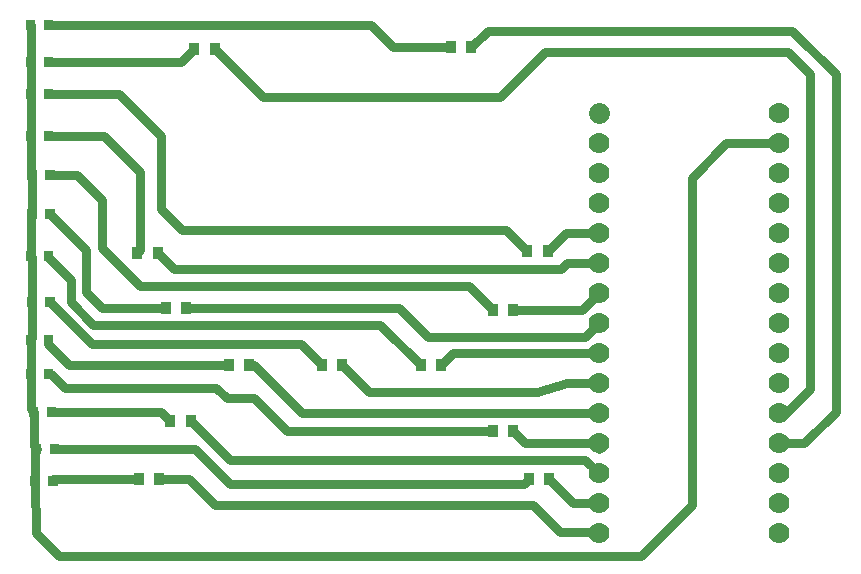
<source format=gtl>
G04 Layer: TopLayer*
G04 EasyEDA v6.5.5, 2022-06-27 22:24:16*
G04 832f08802b6e47e68c83d968e1e2cad1,305bcb4f1a4f4cdfadb131dd0c2083ea,10*
G04 Gerber Generator version 0.2*
G04 Scale: 100 percent, Rotated: No, Reflected: No *
G04 Dimensions in inches *
G04 leading zeros omitted , absolute positions ,3 integer and 6 decimal *
%FSLAX36Y36*%
%MOIN*%

%ADD11C,0.0300*%
%ADD12R,0.0354X0.0394*%
%ADD14C,0.0700*%

%LPD*%
D11*
X898500Y2650000D02*
G01*
X1058500Y2490000D01*
X1850000Y2490000D01*
X2000000Y2640000D01*
X2810000Y2640000D01*
X2885000Y2565000D01*
X2885000Y1515000D01*
X2805000Y1435000D01*
X2780000Y1435000D01*
X1753469Y2655000D02*
G01*
X1808469Y2710000D01*
X2825000Y2710000D01*
X2970000Y2565000D01*
X2970000Y1440000D01*
X2865000Y1335000D01*
X2780000Y1335000D01*
X349699Y2100000D02*
G01*
X470000Y1979699D01*
X470000Y1840000D01*
X525000Y1785000D01*
X736500Y1785000D01*
X1826499Y1780000D02*
G01*
X1746499Y1860000D01*
X650000Y1860000D01*
X525000Y1985000D01*
X525000Y2145000D01*
X440000Y2230000D01*
X349699Y2230000D01*
X708501Y1970000D02*
G01*
X763500Y1915000D01*
X2055000Y1915000D01*
X2075000Y1935000D01*
X2180000Y1935000D01*
X1941499Y1975000D02*
G01*
X1871499Y2045000D01*
X790000Y2045000D01*
X720000Y2115000D01*
X720000Y2360000D01*
X580000Y2500000D01*
X344699Y2500000D01*
X344659Y2730000D02*
G01*
X1420000Y2730000D01*
X1495000Y2655000D01*
X1686538Y2655000D01*
X831538Y2650000D02*
G01*
X786538Y2605000D01*
X344659Y2605000D01*
X300300Y1210000D02*
G01*
X305000Y1035000D01*
X380000Y960000D01*
X2320000Y960000D01*
X2490000Y1130000D01*
X2490000Y2220000D01*
X2605000Y2335000D01*
X2780000Y2335000D01*
X646543Y1215000D02*
G01*
X359659Y1215000D01*
X359659Y1210000D01*
X1256499Y1595000D02*
G01*
X1186499Y1665000D01*
X489659Y1665000D01*
X349659Y1805000D01*
X344659Y1960000D02*
G01*
X344659Y1955340D01*
X420000Y1880000D01*
X420000Y1805000D01*
X495000Y1730000D01*
X1451499Y1730000D01*
X1586499Y1595000D01*
X285338Y2605000D02*
G01*
X285338Y2729998D01*
X285340Y2730000D01*
X285338Y2500000D02*
G01*
X285340Y2500001D01*
X285340Y2605000D01*
X285338Y2360000D02*
G01*
X285340Y2360001D01*
X285340Y2500000D01*
X290338Y2230000D02*
G01*
X285340Y2234998D01*
X285340Y2360000D01*
X290340Y2100000D02*
G01*
X290340Y2229998D01*
X290338Y2230000D01*
X285338Y1960000D02*
G01*
X285338Y2094998D01*
X290340Y2100000D01*
X290338Y1805000D02*
G01*
X290338Y1955001D01*
X285340Y1960000D01*
X285338Y1680000D02*
G01*
X290340Y1685001D01*
X290340Y1805000D01*
X285338Y1565000D02*
G01*
X285338Y1679998D01*
X285340Y1680000D01*
X295342Y1440000D02*
G01*
X285340Y1450001D01*
X285340Y1565000D01*
X305342Y1315000D02*
G01*
X295342Y1325000D01*
X295342Y1440000D01*
X300340Y1210000D02*
G01*
X300340Y1309998D01*
X305342Y1315000D01*
X2180000Y1035000D02*
G01*
X2175000Y1040000D01*
X2050000Y1040000D01*
X1960000Y1130000D01*
X900000Y1130000D01*
X815000Y1215000D01*
X713472Y1215000D01*
X1323500Y1595000D02*
G01*
X1413500Y1505000D01*
X1975000Y1505000D01*
X2075000Y1535000D01*
X2180000Y1535000D01*
X1826538Y1375000D02*
G01*
X1140000Y1375000D01*
X1030000Y1485000D01*
X940000Y1485000D01*
X905000Y1520000D01*
X400000Y1520000D01*
X355000Y1565000D01*
X344659Y1565000D01*
X946499Y1595000D02*
G01*
X415000Y1595000D01*
X344659Y1665340D01*
X344659Y1680000D01*
X2180000Y1835000D02*
G01*
X2125000Y1780000D01*
X1893472Y1780000D01*
X1946538Y1215000D02*
G01*
X1931538Y1200000D01*
X950000Y1200000D01*
X835000Y1315000D01*
X364663Y1315000D01*
X751543Y1410000D02*
G01*
X721543Y1440000D01*
X354663Y1440000D01*
X641543Y1970000D02*
G01*
X650000Y1978458D01*
X650000Y2240000D01*
X530000Y2360000D01*
X344659Y2360000D01*
X2180000Y1735000D02*
G01*
X2135000Y1690000D01*
X1610000Y1690000D01*
X1515000Y1785000D01*
X803472Y1785000D01*
X2180000Y1435000D02*
G01*
X1190000Y1435000D01*
X1030000Y1595000D01*
X1013472Y1595000D01*
X2180000Y1235000D02*
G01*
X2135000Y1280000D01*
X948472Y1280000D01*
X818472Y1410000D01*
X2180000Y1335000D02*
G01*
X2180000Y1315000D01*
X1893472Y1375000D02*
G01*
X1933472Y1335000D01*
X2180000Y1335000D01*
X2013472Y1215000D02*
G01*
X2093472Y1135000D01*
X2180000Y1135000D01*
X1653472Y1595000D02*
G01*
X1693472Y1635000D01*
X2180000Y1635000D01*
X2008472Y1975000D02*
G01*
X2068472Y2035000D01*
X2180000Y2035000D01*
D12*
G01*
X1686540Y2655000D03*
G01*
X1753469Y2655000D03*
G01*
X831540Y2650000D03*
G01*
X898469Y2650000D03*
G01*
X1941540Y1975001D03*
G01*
X2008470Y1975001D03*
G01*
X1256540Y1595001D03*
G01*
X1323470Y1595001D03*
G01*
X641541Y1970001D03*
G01*
X708470Y1970001D03*
G01*
X1826540Y1375001D03*
G01*
X1893470Y1375001D03*
G01*
X1586540Y1595001D03*
G01*
X1653470Y1595001D03*
G01*
X946540Y1595001D03*
G01*
X1013470Y1595001D03*
G01*
X751541Y1410001D03*
G01*
X818470Y1410001D03*
G01*
X1826540Y1780001D03*
G01*
X1893470Y1780001D03*
G01*
X1946540Y1215001D03*
G01*
X2013470Y1215001D03*
G01*
X736541Y1785001D03*
G01*
X803470Y1785001D03*
G01*
X646541Y1215001D03*
G01*
X713470Y1215001D03*
G36*
X301219Y2747008D02*
G01*
X301219Y2712991D01*
X269468Y2712991D01*
X269468Y2747008D01*
G37*
G36*
X328780Y2747008D02*
G01*
X328780Y2712991D01*
X360531Y2712991D01*
X360531Y2747008D01*
G37*
G36*
X301219Y2622008D02*
G01*
X301219Y2587991D01*
X269468Y2587991D01*
X269468Y2622008D01*
G37*
G36*
X328780Y2622008D02*
G01*
X328780Y2587991D01*
X360531Y2587991D01*
X360531Y2622008D01*
G37*
G36*
X301219Y2517008D02*
G01*
X301219Y2482991D01*
X269468Y2482991D01*
X269468Y2517008D01*
G37*
G36*
X328780Y2517008D02*
G01*
X328780Y2482991D01*
X360531Y2482991D01*
X360531Y2517008D01*
G37*
G36*
X306219Y1822008D02*
G01*
X306219Y1787991D01*
X274468Y1787991D01*
X274468Y1822008D01*
G37*
G36*
X333780Y1822008D02*
G01*
X333780Y1787991D01*
X365531Y1787991D01*
X365531Y1822008D01*
G37*
G36*
X301219Y2377008D02*
G01*
X301219Y2342991D01*
X269468Y2342991D01*
X269468Y2377008D01*
G37*
G36*
X328780Y2377008D02*
G01*
X328780Y2342991D01*
X360531Y2342991D01*
X360531Y2377008D01*
G37*
G36*
X301219Y1582008D02*
G01*
X301219Y1547991D01*
X269468Y1547991D01*
X269468Y1582008D01*
G37*
G36*
X328780Y1582008D02*
G01*
X328780Y1547991D01*
X360531Y1547991D01*
X360531Y1582008D01*
G37*
G36*
X301219Y1977008D02*
G01*
X301219Y1942991D01*
X269468Y1942991D01*
X269468Y1977008D01*
G37*
G36*
X328780Y1977008D02*
G01*
X328780Y1942991D01*
X360531Y1942991D01*
X360531Y1977008D01*
G37*
G36*
X301219Y1697008D02*
G01*
X301219Y1662991D01*
X269468Y1662991D01*
X269468Y1697008D01*
G37*
G36*
X328780Y1697008D02*
G01*
X328780Y1662991D01*
X360531Y1662991D01*
X360531Y1697008D01*
G37*
G36*
X311221Y1457008D02*
G01*
X311221Y1422993D01*
X279470Y1422993D01*
X279470Y1457008D01*
G37*
G36*
X338780Y1457008D02*
G01*
X338780Y1422993D01*
X370531Y1422993D01*
X370531Y1457008D01*
G37*
G36*
X306219Y2247008D02*
G01*
X306219Y2212991D01*
X274468Y2212991D01*
X274468Y2247008D01*
G37*
G36*
X333780Y2247008D02*
G01*
X333780Y2212991D01*
X365531Y2212991D01*
X365531Y2247008D01*
G37*
G36*
X321221Y1332008D02*
G01*
X321221Y1297993D01*
X289470Y1297993D01*
X289470Y1332008D01*
G37*
G36*
X348780Y1332008D02*
G01*
X348780Y1297993D01*
X380531Y1297993D01*
X380531Y1332008D01*
G37*
G36*
X306219Y2117008D02*
G01*
X306219Y2082991D01*
X274468Y2082991D01*
X274468Y2117008D01*
G37*
G36*
X333780Y2117008D02*
G01*
X333780Y2082991D01*
X365531Y2082991D01*
X365531Y2117008D01*
G37*
G36*
X316219Y1227008D02*
G01*
X316219Y1192991D01*
X284468Y1192991D01*
X284468Y1227008D01*
G37*
G36*
X343780Y1227008D02*
G01*
X343780Y1192991D01*
X375531Y1192991D01*
X375531Y1227008D01*
G37*
D14*
G01*
X2780001Y1035001D03*
G01*
X2780001Y1135001D03*
G01*
X2780001Y1235001D03*
G01*
X2780001Y1335001D03*
G01*
X2780001Y1435001D03*
G01*
X2780001Y1535001D03*
G01*
X2780001Y1635001D03*
G01*
X2780001Y1735001D03*
G01*
X2780001Y1835001D03*
G01*
X2780001Y1935001D03*
G01*
X2780001Y2035001D03*
G01*
X2780001Y2135001D03*
G01*
X2780001Y2235001D03*
G01*
X2780001Y2335001D03*
G01*
X2780001Y2435001D03*
G01*
X2180001Y1035001D03*
G01*
X2180001Y1135001D03*
G01*
X2180001Y1235001D03*
G01*
X2180001Y1335001D03*
G01*
X2180001Y1435001D03*
G01*
X2180001Y1535001D03*
G01*
X2180001Y1635001D03*
G01*
X2180001Y1735001D03*
G01*
X2180001Y1835001D03*
G01*
X2180001Y1935001D03*
G01*
X2180001Y2035001D03*
G01*
X2180001Y2135001D03*
G01*
X2180001Y2235001D03*
G01*
X2180001Y2335001D03*
X2180001Y2435001D02*
G01*
X2180001Y2435001D01*
M02*

</source>
